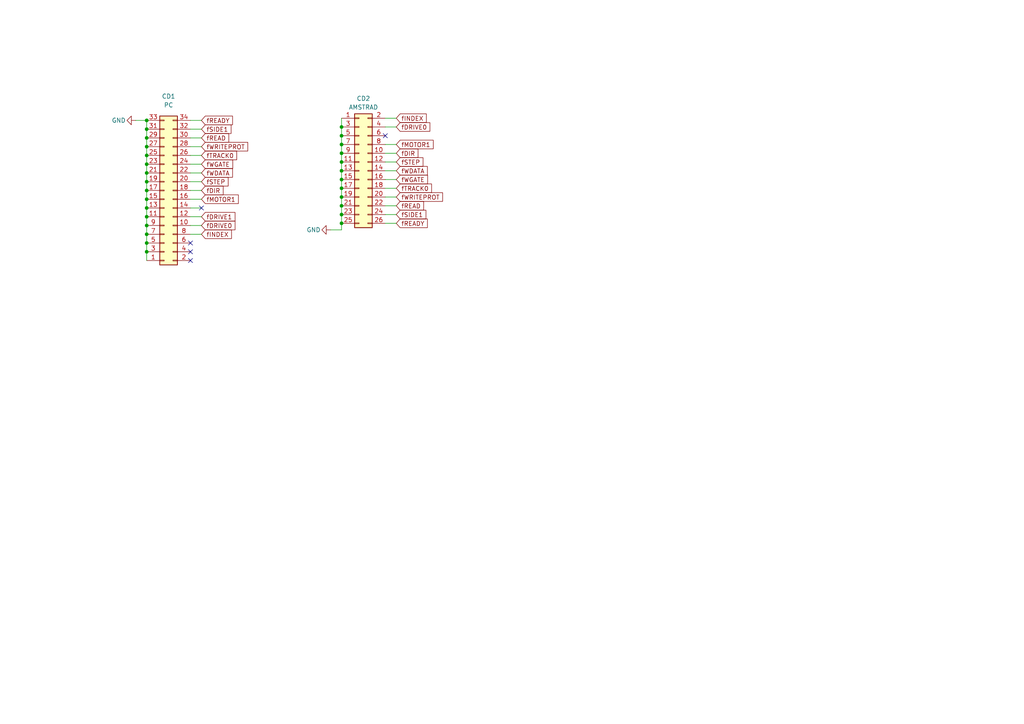
<source format=kicad_sch>
(kicad_sch (version 20211123) (generator eeschema)
  (paper "A4")
  (lib_symbols
    (symbol "Connector_Generic:Conn_02x13_Odd_Even" (pin_names (offset 1.016) hide)
      (property "Reference" "J" (at 1.27 17.78 0))
      (property "Value" "Conn_02x13_Odd_Even" (at 1.27 -17.78 0))
      (symbol "Conn_02x13_Odd_Even_1_1"
        (rectangle (start -1.27 -15.113) (end 0 -15.367) (stroke (width 0.1524)))
        (rectangle (start -1.27 -12.573) (end 0 -12.827) (stroke (width 0.1524)))
        (rectangle (start -1.27 -10.033) (end 0 -10.287) (stroke (width 0.1524)))
        (rectangle (start -1.27 -7.493) (end 0 -7.747) (stroke (width 0.1524)))
        (rectangle (start -1.27 -4.953) (end 0 -5.207) (stroke (width 0.1524)))
        (rectangle (start -1.27 -2.413) (end 0 -2.667) (stroke (width 0.1524)))
        (rectangle (start -1.27 0.127) (end 0 -0.127) (stroke (width 0.1524)))
        (rectangle (start -1.27 2.667) (end 0 2.413) (stroke (width 0.1524)))
        (rectangle (start -1.27 5.207) (end 0 4.953) (stroke (width 0.1524)))
        (rectangle (start -1.27 7.747) (end 0 7.493) (stroke (width 0.1524)))
        (rectangle (start -1.27 10.287) (end 0 10.033) (stroke (width 0.1524)))
        (rectangle (start -1.27 12.827) (end 0 12.573) (stroke (width 0.1524)))
        (rectangle (start -1.27 15.367) (end 0 15.113) (stroke (width 0.1524)))
        (rectangle (start -1.27 16.51) (end 3.81 -16.51) (stroke (width 0.254)) (fill (type background)))
        (rectangle (start 3.81 -15.113) (end 2.54 -15.367) (stroke (width 0.1524)))
        (rectangle (start 3.81 -12.573) (end 2.54 -12.827) (stroke (width 0.1524)))
        (rectangle (start 3.81 -10.033) (end 2.54 -10.287) (stroke (width 0.1524)))
        (rectangle (start 3.81 -7.493) (end 2.54 -7.747) (stroke (width 0.1524)))
        (rectangle (start 3.81 -4.953) (end 2.54 -5.207) (stroke (width 0.1524)))
        (rectangle (start 3.81 -2.413) (end 2.54 -2.667) (stroke (width 0.1524)))
        (rectangle (start 3.81 0.127) (end 2.54 -0.127) (stroke (width 0.1524)))
        (rectangle (start 3.81 2.667) (end 2.54 2.413) (stroke (width 0.1524)))
        (rectangle (start 3.81 5.207) (end 2.54 4.953) (stroke (width 0.1524)))
        (rectangle (start 3.81 7.747) (end 2.54 7.493) (stroke (width 0.1524)))
        (rectangle (start 3.81 10.287) (end 2.54 10.033) (stroke (width 0.1524)))
        (rectangle (start 3.81 12.827) (end 2.54 12.573) (stroke (width 0.1524)))
        (rectangle (start 3.81 15.367) (end 2.54 15.113) (stroke (width 0.1524)))
        (pin passive line (at -5.08 15.24 0) (length 3.81) (name "Pin_1") (number "1"))
        (pin passive line (at 7.62 5.08 180) (length 3.81) (name "Pin_10") (number "10"))
        (pin passive line (at -5.08 2.54 0) (length 3.81) (name "Pin_11") (number "11"))
        (pin passive line (at 7.62 2.54 180) (length 3.81) (name "Pin_12") (number "12"))
        (pin passive line (at -5.08 0 0) (length 3.81) (name "Pin_13") (number "13"))
        (pin passive line (at 7.62 0 180) (length 3.81) (name "Pin_14") (number "14"))
        (pin passive line (at -5.08 -2.54 0) (length 3.81) (name "Pin_15") (number "15"))
        (pin passive line (at 7.62 -2.54 180) (length 3.81) (name "Pin_16") (number "16"))
        (pin passive line (at -5.08 -5.08 0) (length 3.81) (name "Pin_17") (number "17"))
        (pin passive line (at 7.62 -5.08 180) (length 3.81) (name "Pin_18") (number "18"))
        (pin passive line (at -5.08 -7.62 0) (length 3.81) (name "Pin_19") (number "19"))
        (pin passive line (at 7.62 15.24 180) (length 3.81) (name "Pin_2") (number "2"))
        (pin passive line (at 7.62 -7.62 180) (length 3.81) (name "Pin_20") (number "20"))
        (pin passive line (at -5.08 -10.16 0) (length 3.81) (name "Pin_21") (number "21"))
        (pin passive line (at 7.62 -10.16 180) (length 3.81) (name "Pin_22") (number "22"))
        (pin passive line (at -5.08 -12.7 0) (length 3.81) (name "Pin_23") (number "23"))
        (pin passive line (at 7.62 -12.7 180) (length 3.81) (name "Pin_24") (number "24"))
        (pin passive line (at -5.08 -15.24 0) (length 3.81) (name "Pin_25") (number "25"))
        (pin passive line (at 7.62 -15.24 180) (length 3.81) (name "Pin_26") (number "26"))
        (pin passive line (at -5.08 12.7 0) (length 3.81) (name "Pin_3") (number "3"))
        (pin passive line (at 7.62 12.7 180) (length 3.81) (name "Pin_4") (number "4"))
        (pin passive line (at -5.08 10.16 0) (length 3.81) (name "Pin_5") (number "5"))
        (pin passive line (at 7.62 10.16 180) (length 3.81) (name "Pin_6") (number "6"))
        (pin passive line (at -5.08 7.62 0) (length 3.81) (name "Pin_7") (number "7"))
        (pin passive line (at 7.62 7.62 180) (length 3.81) (name "Pin_8") (number "8"))
        (pin passive line (at -5.08 5.08 0) (length 3.81) (name "Pin_9") (number "9"))
      )
    )
    (symbol "Connector_Generic:Conn_02x17_Odd_Even" (pin_names (offset 1.016) hide)
      (property "Reference" "J" (at 1.27 22.86 0))
      (property "Value" "Conn_02x17_Odd_Even" (at 1.27 -22.86 0))
      (symbol "Conn_02x17_Odd_Even_1_1"
        (rectangle (start -1.27 -20.193) (end 0 -20.447) (stroke (width 0.1524)))
        (rectangle (start -1.27 -17.653) (end 0 -17.907) (stroke (width 0.1524)))
        (rectangle (start -1.27 -15.113) (end 0 -15.367) (stroke (width 0.1524)))
        (rectangle (start -1.27 -12.573) (end 0 -12.827) (stroke (width 0.1524)))
        (rectangle (start -1.27 -10.033) (end 0 -10.287) (stroke (width 0.1524)))
        (rectangle (start -1.27 -7.493) (end 0 -7.747) (stroke (width 0.1524)))
        (rectangle (start -1.27 -4.953) (end 0 -5.207) (stroke (width 0.1524)))
        (rectangle (start -1.27 -2.413) (end 0 -2.667) (stroke (width 0.1524)))
        (rectangle (start -1.27 0.127) (end 0 -0.127) (stroke (width 0.1524)))
        (rectangle (start -1.27 2.667) (end 0 2.413) (stroke (width 0.1524)))
        (rectangle (start -1.27 5.207) (end 0 4.953) (stroke (width 0.1524)))
        (rectangle (start -1.27 7.747) (end 0 7.493) (stroke (width 0.1524)))
        (rectangle (start -1.27 10.287) (end 0 10.033) (stroke (width 0.1524)))
        (rectangle (start -1.27 12.827) (end 0 12.573) (stroke (width 0.1524)))
        (rectangle (start -1.27 15.367) (end 0 15.113) (stroke (width 0.1524)))
        (rectangle (start -1.27 17.907) (end 0 17.653) (stroke (width 0.1524)))
        (rectangle (start -1.27 20.447) (end 0 20.193) (stroke (width 0.1524)))
        (rectangle (start -1.27 21.59) (end 3.81 -21.59) (stroke (width 0.254)) (fill (type background)))
        (rectangle (start 3.81 -20.193) (end 2.54 -20.447) (stroke (width 0.1524)))
        (rectangle (start 3.81 -17.653) (end 2.54 -17.907) (stroke (width 0.1524)))
        (rectangle (start 3.81 -15.113) (end 2.54 -15.367) (stroke (width 0.1524)))
        (rectangle (start 3.81 -12.573) (end 2.54 -12.827) (stroke (width 0.1524)))
        (rectangle (start 3.81 -10.033) (end 2.54 -10.287) (stroke (width 0.1524)))
        (rectangle (start 3.81 -7.493) (end 2.54 -7.747) (stroke (width 0.1524)))
        (rectangle (start 3.81 -4.953) (end 2.54 -5.207) (stroke (width 0.1524)))
        (rectangle (start 3.81 -2.413) (end 2.54 -2.667) (stroke (width 0.1524)))
        (rectangle (start 3.81 0.127) (end 2.54 -0.127) (stroke (width 0.1524)))
        (rectangle (start 3.81 2.667) (end 2.54 2.413) (stroke (width 0.1524)))
        (rectangle (start 3.81 5.207) (end 2.54 4.953) (stroke (width 0.1524)))
        (rectangle (start 3.81 7.747) (end 2.54 7.493) (stroke (width 0.1524)))
        (rectangle (start 3.81 10.287) (end 2.54 10.033) (stroke (width 0.1524)))
        (rectangle (start 3.81 12.827) (end 2.54 12.573) (stroke (width 0.1524)))
        (rectangle (start 3.81 15.367) (end 2.54 15.113) (stroke (width 0.1524)))
        (rectangle (start 3.81 17.907) (end 2.54 17.653) (stroke (width 0.1524)))
        (rectangle (start 3.81 20.447) (end 2.54 20.193) (stroke (width 0.1524)))
        (pin passive line (at -5.08 20.32 0) (length 3.81) (name "Pin_1") (number "1"))
        (pin passive line (at 7.62 10.16 180) (length 3.81) (name "Pin_10") (number "10"))
        (pin passive line (at -5.08 7.62 0) (length 3.81) (name "Pin_11") (number "11"))
        (pin passive line (at 7.62 7.62 180) (length 3.81) (name "Pin_12") (number "12"))
        (pin passive line (at -5.08 5.08 0) (length 3.81) (name "Pin_13") (number "13"))
        (pin passive line (at 7.62 5.08 180) (length 3.81) (name "Pin_14") (number "14"))
        (pin passive line (at -5.08 2.54 0) (length 3.81) (name "Pin_15") (number "15"))
        (pin passive line (at 7.62 2.54 180) (length 3.81) (name "Pin_16") (number "16"))
        (pin passive line (at -5.08 0 0) (length 3.81) (name "Pin_17") (number "17"))
        (pin passive line (at 7.62 0 180) (length 3.81) (name "Pin_18") (number "18"))
        (pin passive line (at -5.08 -2.54 0) (length 3.81) (name "Pin_19") (number "19"))
        (pin passive line (at 7.62 20.32 180) (length 3.81) (name "Pin_2") (number "2"))
        (pin passive line (at 7.62 -2.54 180) (length 3.81) (name "Pin_20") (number "20"))
        (pin passive line (at -5.08 -5.08 0) (length 3.81) (name "Pin_21") (number "21"))
        (pin passive line (at 7.62 -5.08 180) (length 3.81) (name "Pin_22") (number "22"))
        (pin passive line (at -5.08 -7.62 0) (length 3.81) (name "Pin_23") (number "23"))
        (pin passive line (at 7.62 -7.62 180) (length 3.81) (name "Pin_24") (number "24"))
        (pin passive line (at -5.08 -10.16 0) (length 3.81) (name "Pin_25") (number "25"))
        (pin passive line (at 7.62 -10.16 180) (length 3.81) (name "Pin_26") (number "26"))
        (pin passive line (at -5.08 -12.7 0) (length 3.81) (name "Pin_27") (number "27"))
        (pin passive line (at 7.62 -12.7 180) (length 3.81) (name "Pin_28") (number "28"))
        (pin passive line (at -5.08 -15.24 0) (length 3.81) (name "Pin_29") (number "29"))
        (pin passive line (at -5.08 17.78 0) (length 3.81) (name "Pin_3") (number "3"))
        (pin passive line (at 7.62 -15.24 180) (length 3.81) (name "Pin_30") (number "30"))
        (pin passive line (at -5.08 -17.78 0) (length 3.81) (name "Pin_31") (number "31"))
        (pin passive line (at 7.62 -17.78 180) (length 3.81) (name "Pin_32") (number "32"))
        (pin passive line (at -5.08 -20.32 0) (length 3.81) (name "Pin_33") (number "33"))
        (pin passive line (at 7.62 -20.32 180) (length 3.81) (name "Pin_34") (number "34"))
        (pin passive line (at 7.62 17.78 180) (length 3.81) (name "Pin_4") (number "4"))
        (pin passive line (at -5.08 15.24 0) (length 3.81) (name "Pin_5") (number "5"))
        (pin passive line (at 7.62 15.24 180) (length 3.81) (name "Pin_6") (number "6"))
        (pin passive line (at -5.08 12.7 0) (length 3.81) (name "Pin_7") (number "7"))
        (pin passive line (at 7.62 12.7 180) (length 3.81) (name "Pin_8") (number "8"))
        (pin passive line (at -5.08 10.16 0) (length 3.81) (name "Pin_9") (number "9"))
      )
    )
    (symbol "power:GND" (power) (pin_names (offset 0))
      (property "Value" "GND" (at 0 -3.81 0))
      (symbol "GND_0_1"
        (polyline (pts (xy 0 0) (xy 0 -1.27) (xy 1.27 -1.27) (xy 0 -2.54) (xy -1.27 -1.27) (xy 0 -1.27)))
      )
      (symbol "GND_1_1"
        (pin power_in line (at 0 0 270) (length 0) hide (name "GND") (number "1"))
      )
    )
  )
  (junction (at 42.545 60.325))
  (junction (at 42.545 50.165))
  (junction (at 42.545 47.625))
  (junction (at 99.06 64.77))
  (junction (at 42.545 65.405))
  (junction (at 99.06 41.91))
  (junction (at 99.06 49.53))
  (junction (at 99.06 52.07))
  (junction (at 42.545 34.925))
  (junction (at 42.545 37.465))
  (junction (at 99.06 44.45))
  (junction (at 99.06 36.83))
  (junction (at 99.06 54.61))
  (junction (at 42.545 73.025))
  (junction (at 42.545 62.865))
  (junction (at 99.06 62.23))
  (junction (at 42.545 42.545))
  (junction (at 42.545 67.945))
  (junction (at 42.545 57.785))
  (junction (at 42.545 52.705))
  (junction (at 42.545 70.485))
  (junction (at 99.06 39.37))
  (junction (at 42.545 40.005))
  (junction (at 99.06 57.15))
  (junction (at 42.545 55.245))
  (junction (at 99.06 46.99))
  (junction (at 99.06 59.69))
  (junction (at 42.545 45.085))
  (no_connect (at 55.245 75.565))
  (no_connect (at 55.245 73.025))
  (no_connect (at 58.42 60.325))
  (no_connect (at 111.76 39.37))
  (no_connect (at 55.245 70.485))
  (wire (pts (xy 58.42 50.165) (xy 55.245 50.165)))
  (wire (pts (xy 99.06 41.91) (xy 99.06 44.45)))
  (wire (pts (xy 99.06 59.69) (xy 99.06 62.23)))
  (wire (pts (xy 114.935 44.45) (xy 111.76 44.45)))
  (wire (pts (xy 58.42 67.945) (xy 55.245 67.945)))
  (wire (pts (xy 42.545 40.005) (xy 42.545 37.465)))
  (wire (pts (xy 99.06 34.29) (xy 99.06 36.83)))
  (wire (pts (xy 99.06 62.23) (xy 99.06 64.77)))
  (wire (pts (xy 42.545 62.865) (xy 42.545 60.325)))
  (wire (pts (xy 42.545 67.945) (xy 42.545 65.405)))
  (wire (pts (xy 99.06 66.675) (xy 95.885 66.675)))
  (wire (pts (xy 58.42 55.245) (xy 55.245 55.245)))
  (wire (pts (xy 58.42 34.925) (xy 55.245 34.925)))
  (wire (pts (xy 99.06 44.45) (xy 99.06 46.99)))
  (wire (pts (xy 58.42 65.405) (xy 55.245 65.405)))
  (wire (pts (xy 58.42 40.005) (xy 55.245 40.005)))
  (wire (pts (xy 114.935 64.77) (xy 111.76 64.77)))
  (wire (pts (xy 42.545 55.245) (xy 42.545 52.705)))
  (wire (pts (xy 42.545 73.025) (xy 42.545 70.485)))
  (wire (pts (xy 42.545 70.485) (xy 42.545 67.945)))
  (wire (pts (xy 114.935 34.29) (xy 111.76 34.29)))
  (wire (pts (xy 42.545 42.545) (xy 42.545 40.005)))
  (wire (pts (xy 99.06 54.61) (xy 99.06 57.15)))
  (wire (pts (xy 114.935 59.69) (xy 111.76 59.69)))
  (wire (pts (xy 42.545 34.925) (xy 39.37 34.925)))
  (wire (pts (xy 58.42 42.545) (xy 55.245 42.545)))
  (wire (pts (xy 42.545 52.705) (xy 42.545 50.165)))
  (wire (pts (xy 114.935 41.91) (xy 111.76 41.91)))
  (wire (pts (xy 58.42 60.325) (xy 55.245 60.325)))
  (wire (pts (xy 99.06 36.83) (xy 99.06 39.37)))
  (wire (pts (xy 42.545 57.785) (xy 42.545 55.245)))
  (wire (pts (xy 42.545 50.165) (xy 42.545 47.625)))
  (wire (pts (xy 99.06 57.15) (xy 99.06 59.69)))
  (wire (pts (xy 114.935 54.61) (xy 111.76 54.61)))
  (wire (pts (xy 114.935 52.07) (xy 111.76 52.07)))
  (wire (pts (xy 114.935 57.15) (xy 111.76 57.15)))
  (wire (pts (xy 58.42 57.785) (xy 55.245 57.785)))
  (wire (pts (xy 58.42 37.465) (xy 55.245 37.465)))
  (wire (pts (xy 114.935 62.23) (xy 111.76 62.23)))
  (wire (pts (xy 99.06 46.99) (xy 99.06 49.53)))
  (wire (pts (xy 42.545 45.085) (xy 42.545 42.545)))
  (wire (pts (xy 58.42 62.865) (xy 55.245 62.865)))
  (wire (pts (xy 114.935 49.53) (xy 111.76 49.53)))
  (wire (pts (xy 99.06 39.37) (xy 99.06 41.91)))
  (wire (pts (xy 99.06 52.07) (xy 99.06 54.61)))
  (wire (pts (xy 99.06 49.53) (xy 99.06 52.07)))
  (wire (pts (xy 114.935 36.83) (xy 111.76 36.83)))
  (wire (pts (xy 42.545 75.565) (xy 42.545 73.025)))
  (wire (pts (xy 58.42 47.625) (xy 55.245 47.625)))
  (wire (pts (xy 114.935 46.99) (xy 111.76 46.99)))
  (wire (pts (xy 58.42 45.085) (xy 55.245 45.085)))
  (wire (pts (xy 58.42 52.705) (xy 55.245 52.705)))
  (wire (pts (xy 99.06 64.77) (xy 99.06 66.675)))
  (wire (pts (xy 42.545 65.405) (xy 42.545 62.865)))
  (wire (pts (xy 42.545 37.465) (xy 42.545 34.925)))
  (wire (pts (xy 42.545 47.625) (xy 42.545 45.085)))
  (wire (pts (xy 42.545 60.325) (xy 42.545 57.785)))
  (global_label "fINDEX" (shape input) (at 58.42 67.945 0) (property "Intersheet References" "${INTERSHEET_REFS}" (effects hide)))
  (global_label "fREAD" (shape input) (at 58.42 40.005 0) (property "Intersheet References" "${INTERSHEET_REFS}" (effects hide)))
  (global_label "fSTEP" (shape input) (at 58.42 52.705 0) (property "Intersheet References" "${INTERSHEET_REFS}" (effects hide)))
  (global_label "fDIR" (shape input) (at 58.42 55.245 0) (property "Intersheet References" "${INTERSHEET_REFS}" (effects hide)))
  (global_label "fSIDE1" (shape input) (at 114.935 62.23 0) (property "Intersheet References" "${INTERSHEET_REFS}" (effects hide)))
  (global_label "fREADY" (shape input) (at 114.935 64.77 0) (property "Intersheet References" "${INTERSHEET_REFS}" (effects hide)))
  (global_label "fDRIVE1" (shape input) (at 58.42 62.865 0) (property "Intersheet References" "${INTERSHEET_REFS}" (effects hide)))
  (global_label "fSTEP" (shape input) (at 114.935 46.99 0) (property "Intersheet References" "${INTERSHEET_REFS}" (effects hide)))
  (global_label "fWRITEPROT" (shape input) (at 114.935 57.15 0) (property "Intersheet References" "${INTERSHEET_REFS}" (effects hide)))
  (global_label "fWDATA" (shape input) (at 58.42 50.165 0) (property "Intersheet References" "${INTERSHEET_REFS}" (effects hide)))
  (global_label "fDIR" (shape input) (at 114.935 44.45 0) (property "Intersheet References" "${INTERSHEET_REFS}" (effects hide)))
  (global_label "fINDEX" (shape input) (at 114.935 34.29 0) (property "Intersheet References" "${INTERSHEET_REFS}" (effects hide)))
  (global_label "fTRACK0" (shape input) (at 114.935 54.61 0) (property "Intersheet References" "${INTERSHEET_REFS}" (effects hide)))
  (global_label "fTRACK0" (shape input) (at 58.42 45.085 0) (property "Intersheet References" "${INTERSHEET_REFS}" (effects hide)))
  (global_label "fREADY" (shape input) (at 58.42 34.925 0) (property "Intersheet References" "${INTERSHEET_REFS}" (effects hide)))
  (global_label "fREAD" (shape input) (at 114.935 59.69 0) (property "Intersheet References" "${INTERSHEET_REFS}" (effects hide)))
  (global_label "fDRIVE0" (shape input) (at 58.42 65.405 0) (property "Intersheet References" "${INTERSHEET_REFS}" (effects hide)))
  (global_label "fWGATE" (shape input) (at 114.935 52.07 0) (property "Intersheet References" "${INTERSHEET_REFS}" (effects hide)))
  (global_label "fWRITEPROT" (shape input) (at 58.42 42.545 0) (property "Intersheet References" "${INTERSHEET_REFS}" (effects hide)))
  (global_label "fDRIVE0" (shape input) (at 114.935 36.83 0) (property "Intersheet References" "${INTERSHEET_REFS}" (effects hide)))
  (global_label "fWGATE" (shape input) (at 58.42 47.625 0) (property "Intersheet References" "${INTERSHEET_REFS}" (effects hide)))
  (global_label "fMOTOR1" (shape input) (at 58.42 57.785 0) (property "Intersheet References" "${INTERSHEET_REFS}" (effects hide)))
  (global_label "fWDATA" (shape input) (at 114.935 49.53 0) (property "Intersheet References" "${INTERSHEET_REFS}" (effects hide)))
  (global_label "fMOTOR1" (shape input) (at 114.935 41.91 0) (property "Intersheet References" "${INTERSHEET_REFS}" (effects hide)))
  (global_label "fSIDE1" (shape input) (at 58.42 37.465 0) (property "Intersheet References" "${INTERSHEET_REFS}" (effects hide)))
  (symbol (lib_id "Connector_Generic:Conn_02x13_Odd_Even") (at 104.14 49.53 0) (unit 1)
    (property "Reference" "CD2" (at 105.41 28.575 0))
    (property "Value" "AMSTRAD" (at 105.41 31.115 0))
    (property "Footprint" "Connector_IDC:IDC-Header_2x13_P2.54mm_Vertical" (effects hide))
  )
  (symbol (lib_id "power:GND") (at 95.885 66.675 270) (mirror x) (unit 1)
    (property "Reference" "#PWR?" (effects hide))
    (property "Value" "GND" (at 88.9 66.675 90) (effects (justify left)))
  )
  (symbol (lib_id "Connector_Generic:Conn_02x17_Odd_Even") (at 47.625 55.245 0) (mirror x) (unit 1)
    (property "Reference" "CD1" (at 48.895 27.94 0))
    (property "Value" "PC" (at 48.895 30.48 0))
    (property "Footprint" "Connector_IDC:IDC-Header_2x17_P2.54mm_Vertical" (effects hide))
  )
  (symbol (lib_id "power:GND") (at 39.37 34.925 270) (unit 1)
    (property "Reference" "#PWR?" (effects hide))
    (property "Value" "GND" (at 32.385 34.925 90) (effects (justify left)))
  )
)
</source>
